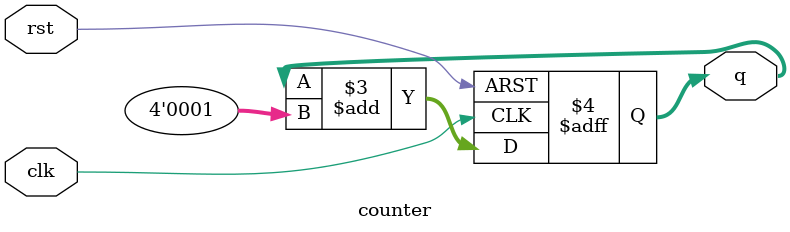
<source format=v>
`default_nettype none
`timescale 1ns/1ns

module counter(
    input wire clk, rst,
    output reg [3:0] q
);

    always @ (posedge clk or negedge rst) begin
        if (!rst) begin
            q <= 4'b0;
        end
        else begin
            q <= q + 4'b1;
        end
    end

endmodule




</source>
